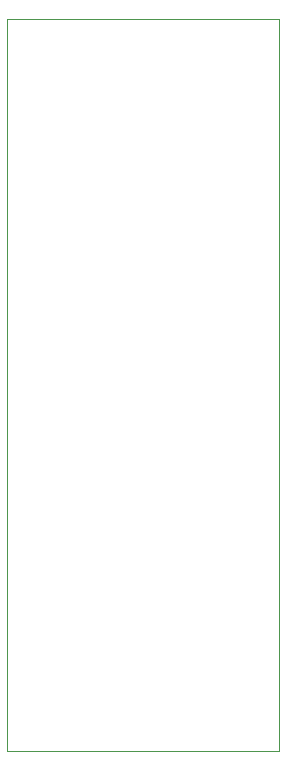
<source format=gbr>
%TF.GenerationSoftware,KiCad,Pcbnew,7.0.7*%
%TF.CreationDate,2023-11-08T00:56:30-05:00*%
%TF.ProjectId,Expansion_Buffer,45787061-6e73-4696-9f6e-5f4275666665,v1*%
%TF.SameCoordinates,Original*%
%TF.FileFunction,Profile,NP*%
%FSLAX46Y46*%
G04 Gerber Fmt 4.6, Leading zero omitted, Abs format (unit mm)*
G04 Created by KiCad (PCBNEW 7.0.7) date 2023-11-08 00:56:30*
%MOMM*%
%LPD*%
G01*
G04 APERTURE LIST*
%TA.AperFunction,Profile*%
%ADD10C,0.100000*%
%TD*%
G04 APERTURE END LIST*
D10*
X115000000Y-128000000D02*
X92000000Y-128000000D01*
X115000000Y-66000000D02*
X115000000Y-128000000D01*
X92000000Y-66000000D02*
X115000000Y-66000000D01*
X92000000Y-128000000D02*
X92000000Y-66000000D01*
M02*

</source>
